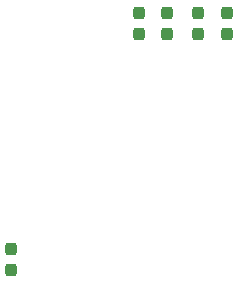
<source format=gbr>
%TF.GenerationSoftware,KiCad,Pcbnew,9.0.3*%
%TF.CreationDate,2025-08-30T18:16:35-03:00*%
%TF.ProjectId,HMI_LVDC-Inverter,484d495f-4c56-4444-932d-496e76657274,rev?*%
%TF.SameCoordinates,Original*%
%TF.FileFunction,Paste,Bot*%
%TF.FilePolarity,Positive*%
%FSLAX46Y46*%
G04 Gerber Fmt 4.6, Leading zero omitted, Abs format (unit mm)*
G04 Created by KiCad (PCBNEW 9.0.3) date 2025-08-30 18:16:35*
%MOMM*%
%LPD*%
G01*
G04 APERTURE LIST*
G04 Aperture macros list*
%AMRoundRect*
0 Rectangle with rounded corners*
0 $1 Rounding radius*
0 $2 $3 $4 $5 $6 $7 $8 $9 X,Y pos of 4 corners*
0 Add a 4 corners polygon primitive as box body*
4,1,4,$2,$3,$4,$5,$6,$7,$8,$9,$2,$3,0*
0 Add four circle primitives for the rounded corners*
1,1,$1+$1,$2,$3*
1,1,$1+$1,$4,$5*
1,1,$1+$1,$6,$7*
1,1,$1+$1,$8,$9*
0 Add four rect primitives between the rounded corners*
20,1,$1+$1,$2,$3,$4,$5,0*
20,1,$1+$1,$4,$5,$6,$7,0*
20,1,$1+$1,$6,$7,$8,$9,0*
20,1,$1+$1,$8,$9,$2,$3,0*%
G04 Aperture macros list end*
%ADD10RoundRect,0.237500X-0.237500X0.287500X-0.237500X-0.287500X0.237500X-0.287500X0.237500X0.287500X0*%
G04 APERTURE END LIST*
D10*
%TO.C,D2*%
X125165000Y-41985000D03*
X125165000Y-43735000D03*
%TD*%
%TO.C,D5*%
X109393000Y-61980000D03*
X109393000Y-63730000D03*
%TD*%
%TO.C,D6*%
X120213400Y-41990200D03*
X120213400Y-43740200D03*
%TD*%
%TO.C,D7*%
X122601000Y-41990200D03*
X122601000Y-43740200D03*
%TD*%
%TO.C,D3*%
X127681000Y-41990200D03*
X127681000Y-43740200D03*
%TD*%
M02*

</source>
